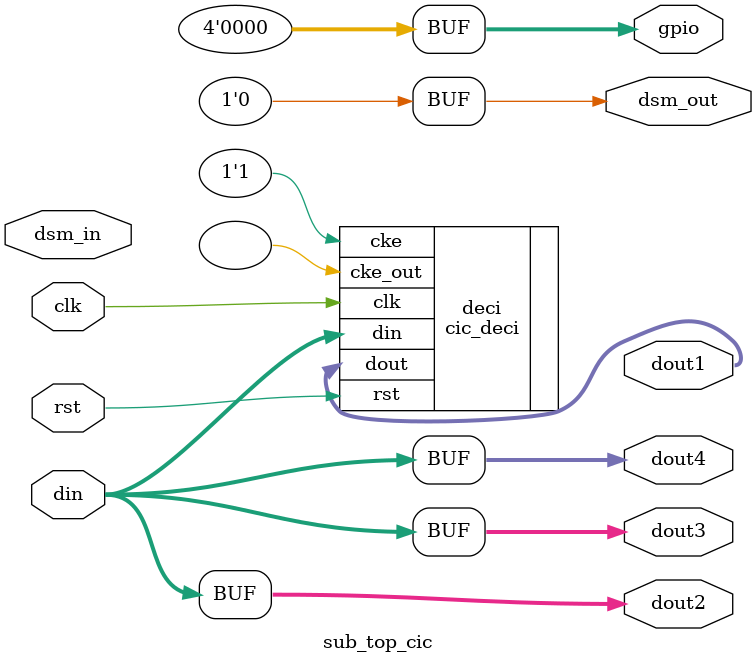
<source format=sv>
module sub_top_cic #(parameter width=16)(
    input clk,rst,
    input signed [width-1:0]din,
    output signed [width-1:0]dout1,dout2,dout3,dout4,
    input dsm_in,
    output dsm_out,
    output [3:0]gpio
    );
    assign gpio=0;
    assign dsm_out=0;
    
    cic_deci #(.rate(10),.len(4),.width(width),.width_ex(14)) deci(
        .clk(clk),
        .rst(rst),
        .cke(1'b1),
        .din(din),
        .dout(dout1),
        .cke_out()
    );
    assign dout2=din;
    assign dout3=din;
    assign dout4=din;
endmodule
</source>
